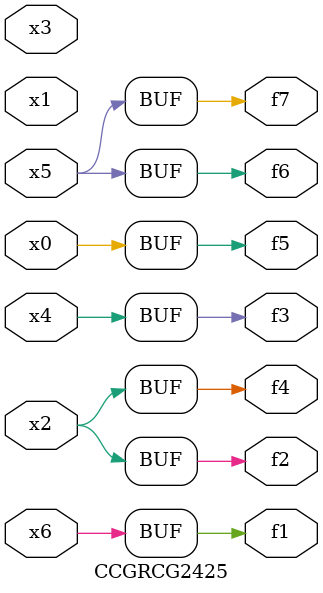
<source format=v>
module CCGRCG2425(
	input x0, x1, x2, x3, x4, x5, x6,
	output f1, f2, f3, f4, f5, f6, f7
);
	assign f1 = x6;
	assign f2 = x2;
	assign f3 = x4;
	assign f4 = x2;
	assign f5 = x0;
	assign f6 = x5;
	assign f7 = x5;
endmodule

</source>
